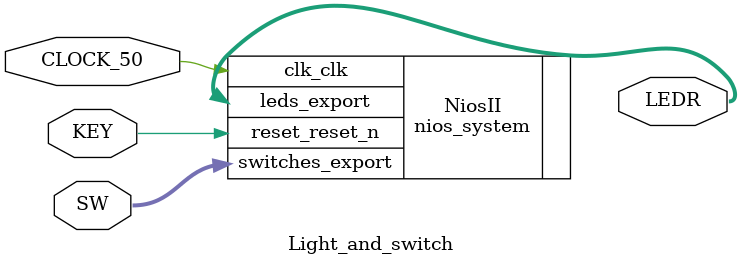
<source format=sv>
module Light_and_switch (CLOCK_50, SW, KEY, LEDR);
	input CLOCK_50;
	input [7:0] SW;
	input [0:0] KEY;
	output [7:0] LEDR;
// Instantiate the Nios II system module generated by the Qsys tool:
	
	nios_system NiosII (
	.clk_clk(CLOCK_50),
	.reset_reset_n(KEY[0]),
	.switches_export(SW[7:0]),
	.leds_export(LEDR[7:0]));

endmodule

</source>
